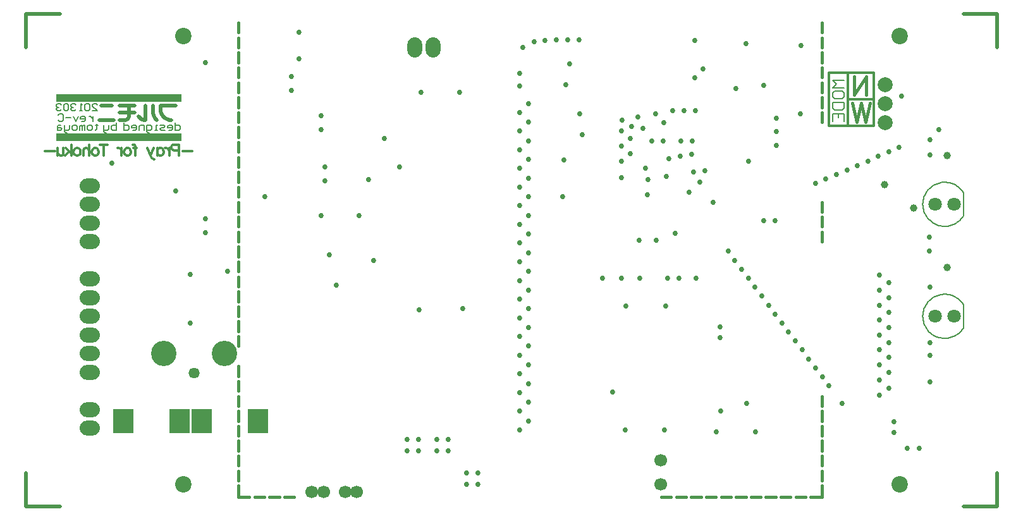
<source format=gbs>
G04 CAM Products 2000  RS274-X Output*
G04 Serial Number: 0000-00-00000*
G04 File Name:FULLMONI.GBS *
%FSLAX34Y34*%
%MOIN*%
%SFA1B1*%

%IPPOS*%
%ADD10C,0.019600*%
%ADD11C,0.011800*%
%ADD12C,0.007800*%
%ADD13R,0.043300X0.063000*%
%ADD14R,0.063000X0.043300*%
%ADD15R,0.070800X0.019600*%
%ADD16R,0.031500X0.047200*%
%ADD17R,0.055100X0.039300*%
%ADD18R,0.063000X0.011800*%
%ADD19R,0.059000X0.114100*%
%ADD20R,0.059000X0.114100*%
%ADD21R,0.039300X0.017700*%
%ADD22R,0.043300X0.027500*%
%ADD23R,0.048000X0.024400*%
%ADD24R,0.015700X0.090500*%
%ADD25R,0.047200X0.008600*%
%ADD26R,0.023600X0.061000*%
%ADD27R,0.055100X0.035400*%
%ADD28R,0.089300X0.021600*%
%ADD29R,0.114100X0.059000*%
%ADD30R,0.013700X0.063000*%
%ADD31R,0.114100X0.059000*%
%ADD32R,0.102300X0.102300*%
%ADD33R,0.019600X0.086600*%
%ADD34R,0.047200X0.070800*%
%ADD35R,0.127900X0.027500*%
%ADD36R,0.013700X0.070800*%
%ADD37R,0.019600X0.066900*%
%ADD38R,0.019600X0.066900*%
%ADD39R,0.078700X0.019600*%
%ADD40R,0.090500X0.015700*%
%ADD41R,0.007800X0.063000*%
%ADD42R,0.063000X0.007800*%
%ADD43C,0.039300*%
%ADD44O,0.007800X0.015700*%
%ADD45O,0.015700X0.007800*%
%ADD46R,0.039300X0.015700*%
%ADD47R,0.027500X0.043300*%
%ADD48R,0.070800X0.031500*%
%ADD49R,0.070800X0.047200*%
%ADD50R,0.086600X0.098400*%
%ADD51R,0.032400X0.078700*%
%ADD52C,0.011800*%
%ADD53C,0.007800*%
%ADD54C,0.015700*%
%ADD55C,0.059000*%
%ADD56C,0.039300*%
%ADD57C,0.010000*%
%ADD58C,0.078700*%
%ADD59C,0.063000*%
%ADD60C,0.059000*%
%ADD61O,0.098400X0.070800*%
%ADD62O,0.070800X0.098400*%
%ADD63C,0.050000*%
%ADD64C,0.125900*%
%ADD65R,0.098400X0.118100*%
%ADD66C,0.070800*%
%ADD67C,0.051100*%
%ADD68R,0.070800X0.070800*%
%ADD69R,0.051100X0.070800*%
%ADD70R,0.070800X0.051100*%
%ADD71R,0.078700X0.027500*%
%ADD72R,0.039300X0.055100*%
%ADD73R,0.063000X0.047200*%
%ADD74R,0.066900X0.122000*%
%ADD75R,0.066900X0.122000*%
%ADD76R,0.047200X0.025600*%
%ADD77R,0.051100X0.035400*%
%ADD78R,0.055900X0.032200*%
%ADD79R,0.023600X0.098400*%
%ADD80R,0.055100X0.016500*%
%ADD81R,0.031500X0.068900*%
%ADD82R,0.097200X0.029500*%
%ADD83R,0.122000X0.066900*%
%ADD84R,0.021600X0.070800*%
%ADD85R,0.122000X0.066900*%
%ADD86R,0.110200X0.110200*%
%ADD87R,0.027500X0.094400*%
%ADD88R,0.055100X0.078700*%
%ADD89R,0.135800X0.035400*%
%ADD90R,0.021600X0.078700*%
%ADD91R,0.027500X0.074800*%
%ADD92R,0.027500X0.074800*%
%ADD93R,0.086600X0.027500*%
%ADD94R,0.098400X0.023600*%
%ADD95R,0.015700X0.070800*%
%ADD96R,0.070800X0.015700*%
%ADD97C,0.047200*%
%ADD98O,0.015700X0.023600*%
%ADD99O,0.023600X0.015700*%
%ADD100R,0.047200X0.023600*%
%ADD101R,0.035400X0.051100*%
%ADD102R,0.078700X0.039300*%
%ADD103R,0.078700X0.055100*%
%ADD104R,0.094400X0.106300*%
%ADD105R,0.040300X0.086600*%
%ADD106C,0.086600*%
%ADD107C,0.066900*%
%ADD108O,0.106300X0.078700*%
%ADD109O,0.078700X0.106300*%
%ADD110C,0.057800*%
%ADD111C,0.133800*%
%ADD112R,0.106300X0.125900*%
%ADD113C,0.078700*%
%ADD114C,0.027500*%
%ADD115C,0.019600*%
%ADD116R,0.659400X0.039300*%
%ADD117R,0.659400X0.039300*%
%LNFULLMONI-1*%
%LPD*%
G54D10*
X183638Y226365D02*
X183647Y226264D01*
X183673Y226166*
X183716Y226075*
X183774Y225992*
X183845Y225921*
X183928Y225862*
X184020Y225820*
X184117Y225794*
X184218Y225785*
X183244Y226260D02*
X183252Y226155D01*
X183277Y226052*
X183317Y225955*
X183372Y225865*
X183441Y225785*
X182462Y225986D02*
X182522Y225917D01*
X182593Y225861*
X182673Y225819*
X182760Y225794*
X182850Y225785*
X181768D02*
X181866Y225811D01*
X181938Y225883*
X181964Y225982*
X183638Y226365D02*
Y226572D01*
X184425D01*
X183244Y226260D02*
Y226572D01*
X182850Y225785D02*
Y226572D01*
X181472D02*
X182260D01*
X181472Y226179D02*
X182260D01*
X181964Y225982D02*
Y226572D01*
X181472Y225785D02*
X181768D01*
X180488Y226572D02*
X181079D01*
X180390Y225785D02*
X181177D01*
X225961Y231395D02*
X227733D01*
Y229624D02*
Y231395D01*
Y205411D02*
Y207183D01*
X225961Y205411D02*
X227733D01*
X176552D02*
Y207183D01*
Y205411D02*
X178324D01*
X176552Y231395D02*
X178324D01*
X176552Y229624D02*
Y231395D01*
G54D43*
X225095Y218009D03*
Y223915D03*
X223324Y221159D03*
X221788Y222379D03*
G54D52*
X219859Y226891D02*
X221237D01*
Y225490D02*
Y228293D01*
X218875Y225490D02*
Y228293D01*
Y225490D02*
X221237D01*
X219859D02*
Y228293D01*
X218875D02*
X221237D01*
X185292Y224168D02*
X184786D01*
X184612Y224196D02*
X184359D01*
X184274Y224224*
X184246Y224252*
X184218Y224309*
Y224393*
X184246Y224449*
X184274Y224477*
X184359Y224505*
X184612*
Y223915*
X184086Y224309D02*
Y223915D01*
Y224140D02*
X184058Y224224D01*
X184001Y224280*
X183945Y224309*
X183861*
X183470D02*
Y223915D01*
Y224224D02*
X183526Y224280D01*
X183583Y224309*
X183667*
X183723Y224280*
X183779Y224224*
X183808Y224140*
Y224083*
X183779Y223999*
X183723Y223943*
X183667Y223915*
X183583*
X183526Y223943*
X183470Y223999*
X183285Y224309D02*
X183116Y223915D01*
X182947Y224309D02*
X183116Y223915D01*
X183172Y223802*
X183228Y223746*
X183285Y223718*
X183313*
X182160Y224505D02*
X182216D01*
X182272Y224477*
X182301Y224393*
Y223915*
X182385Y224309D02*
X182188D01*
X181935D02*
X181991Y224280D01*
X182048Y224224*
X182075Y224140*
Y224083*
X182048Y223999*
X181991Y223943*
X181935Y223915*
X181851*
X181794Y223943*
X181738Y223999*
X181710Y224083*
Y224140*
X181738Y224224*
X181794Y224280*
X181851Y224309*
X181935*
X181581D02*
Y223915D01*
Y224140D02*
X181553Y224224D01*
X181496Y224280*
X181440Y224309*
X181356*
X180642Y224505D02*
Y223915D01*
X180838Y224505D02*
X180445D01*
X180234Y224309D02*
X180290Y224280D01*
X180347Y224224*
X180375Y224140*
Y224083*
X180347Y223999*
X180290Y223943*
X180234Y223915*
X180150*
X180094Y223943*
X180037Y223999*
X180009Y224083*
Y224140*
X180037Y224224*
X180094Y224280*
X180150Y224309*
X180234*
X179880Y224505D02*
Y223915D01*
Y224196D02*
X179796Y224280D01*
X179739Y224309*
X179655*
X179599Y224280*
X179571Y224196*
Y223915*
X179275Y224309D02*
X179332Y224280D01*
X179388Y224224*
X179416Y224140*
Y224083*
X179388Y223999*
X179332Y223943*
X179275Y223915*
X179191*
X179135Y223943*
X179079Y223999*
X179050Y224083*
Y224140*
X179079Y224224*
X179135Y224280*
X179191Y224309*
X179275*
X178921Y224505D02*
Y223915D01*
X178640Y224309D02*
X178921Y224027D01*
X178809Y224140D02*
X178612Y223915D01*
X178519Y224309D02*
Y224027D01*
X178491Y223943*
X178435Y223915*
X178350*
X178294Y223943*
X178210Y224027*
Y224309D02*
Y223915D01*
X178055Y224168D02*
X177549D01*
G54D53*
X225961Y216068D02*
X225904Y216150D01*
X225841Y216227*
X225771Y216298*
X225695Y216363*
X225614Y216422*
X225528Y216473*
X225438Y216516*
X225345Y216552*
X225249Y216579*
X225151Y216599*
X225051Y216609*
X224951Y216611*
X224852Y216605*
X224753Y216590*
X224656Y216566*
X224561Y216535*
X224470Y216495*
X224382Y216448*
X224298Y216392*
X224220Y216331*
X224147Y216262*
X224080Y216188*
X224020Y216108*
X223967Y216024*
X223922Y215935*
X223884Y215842*
X223854Y215747*
X223833Y215649*
X223820Y215550*
X223816Y215450*
X223820Y215350*
X223833Y215251*
X223854Y215154*
X223884Y215059*
X223922Y214966*
X223967Y214877*
X224020Y214792*
X224080Y214712*
X224147Y214638*
X224220Y214570*
X224298Y214508*
X224382Y214453*
X224470Y214405*
X224561Y214366*
X224656Y214334*
X224753Y214311*
X224852Y214296*
X224951Y214289*
X225051Y214291*
X225151Y214302*
X225249Y214321*
X225345Y214349*
X225438Y214384*
X225528Y214428*
X225614Y214479*
X225695Y214537*
X225771Y214602*
X225841Y214674*
X225904Y214751*
X225961Y214833*
Y221973D02*
X225904Y222055D01*
X225841Y222132*
X225771Y222204*
X225695Y222269*
X225614Y222327*
X225528Y222378*
X225438Y222422*
X225345Y222457*
X225249Y222485*
X225151Y222504*
X225051Y222515*
X224951Y222517*
X224852Y222511*
X224753Y222496*
X224656Y222472*
X224561Y222440*
X224470Y222400*
X224382Y222353*
X224298Y222298*
X224220Y222236*
X224147Y222168*
X224080Y222094*
X224020Y222014*
X223967Y221929*
X223922Y221840*
X223884Y221748*
X223854Y221652*
X223833Y221555*
X223820Y221455*
X223816Y221356*
X223820Y221256*
X223833Y221157*
X223854Y221059*
X223884Y220964*
X223922Y220872*
X223967Y220783*
X224020Y220698*
X224080Y220618*
X224147Y220544*
X224220Y220475*
X224298Y220413*
X224382Y220359*
X224470Y220311*
X224561Y220272*
X224656Y220240*
X224753Y220216*
X224852Y220201*
X224951Y220195*
X225051Y220197*
X225151Y220207*
X225249Y220227*
X225345Y220254*
X225438Y220290*
X225528Y220333*
X225614Y220385*
X225695Y220443*
X225771Y220508*
X225841Y220579*
X225904Y220656*
X225961Y220738*
X225961Y214840D02*
Y216061D01*
Y220746D02*
Y221966D01*
X219662Y227899D02*
X219072D01*
X219268Y227702*
X219072Y227505*
X219662*
X219072Y227014D02*
Y227210D01*
X219170Y227309*
X219564*
X219662Y227210*
Y227014*
X219564Y226915*
X219170*
X219072Y227014*
Y226718D02*
X219662D01*
Y226423*
X219564Y226325*
X219170*
X219072Y226423*
Y226718*
Y225735D02*
Y226128D01*
X219662*
Y225735*
X219367Y226128D02*
Y225931D01*
X184399Y225647D02*
Y225253D01*
X184596*
X184661Y225319*
Y225450*
X184596Y225516*
X184399*
X184071Y225253D02*
X184202D01*
X184268Y225319*
Y225450*
X184202Y225516*
X184071*
X184005Y225450*
Y225385*
X184268*
X183874Y225253D02*
X183677D01*
X183612Y225319*
X183677Y225385*
X183809*
X183874Y225450*
X183809Y225516*
X183612*
X183481Y225253D02*
X183350D01*
X183415*
Y225516*
X183481*
X183022Y225122D02*
X182956D01*
X182890Y225188*
Y225516*
X183087*
X183153Y225450*
Y225319*
X183087Y225253*
X182890*
X182759D02*
Y225516D01*
X182562*
X182497Y225450*
Y225253*
X182169D02*
X182300D01*
X182366Y225319*
Y225450*
X182300Y225516*
X182169*
X182103Y225450*
Y225385*
X182366*
X181710Y225647D02*
Y225253D01*
X181907*
X181972Y225319*
Y225450*
X181907Y225516*
X181710*
X181295Y225647D02*
Y225253D01*
X181099*
X181033Y225319*
Y225385*
Y225450*
X181099Y225516*
X181295*
X180902D02*
Y225319D01*
X180836Y225253*
X180639*
Y225188*
X180705Y225122*
X180770*
X180639Y225253D02*
Y225516D01*
X180029Y226277D02*
X180291D01*
X180029Y226539*
Y226605*
X180095Y226671*
X180226*
X180291Y226605*
X179898D02*
X179832Y226671D01*
X179701*
X179635Y226605*
Y226343*
X179701Y226277*
X179832*
X179898Y226343*
Y226605*
X179504Y226277D02*
X179373D01*
X179438*
Y226671*
X179504Y226605*
X179176D02*
X179111Y226671D01*
X178979*
X178914Y226605*
Y226539*
X178979Y226474*
X179045*
X178979*
X178914Y226408*
Y226343*
X178979Y226277*
X179111*
X179176Y226343*
X178783Y226605D02*
X178717Y226671D01*
X178586*
X178520Y226605*
Y226343*
X178586Y226277*
X178717*
X178783Y226343*
Y226605*
X178389D02*
X178324Y226671D01*
X178192*
X178127Y226605*
Y226539*
X178192Y226474*
X178258*
X178192*
X178127Y226408*
Y226343*
X178192Y226277*
X178324*
X178389Y226343*
X180075Y225988D02*
Y225726D01*
Y225857*
X180009Y225923*
X179944Y225988*
X179878*
X179485Y225726D02*
X179616D01*
X179681Y225792*
Y225923*
X179616Y225988*
X179485*
X179419Y225923*
Y225857*
X179681*
X179288Y225988D02*
X179157Y225726D01*
X179025Y225988*
X178894Y225923D02*
X178632D01*
X178238Y226054D02*
X178304Y226120D01*
X178435*
X178501Y226054*
Y225792*
X178435Y225726*
X178304*
X178238Y225792*
X180285Y225581D02*
Y225516D01*
X180350*
X180219*
X180285*
Y225319*
X180219Y225253*
X179957D02*
X179825D01*
X179760Y225319*
Y225450*
X179825Y225516*
X179957*
X180022Y225450*
Y225319*
X179957Y225253*
X179629D02*
Y225516D01*
X179563*
X179498Y225450*
Y225253*
Y225450*
X179432Y225516*
X179366Y225450*
Y225253*
X179170D02*
X179038D01*
X178973Y225319*
Y225450*
X179038Y225516*
X179170*
X179235Y225450*
Y225319*
X179170Y225253*
X178842Y225516D02*
Y225319D01*
X178776Y225253*
X178579*
Y225188*
X178645Y225122*
X178711*
X178579Y225253D02*
Y225516D01*
X178383D02*
X178251D01*
X178186Y225450*
Y225253*
X178383*
X178448Y225319*
X178383Y225385*
X178186*
G54D54*
X187733Y230411D02*
Y230923D01*
Y229624D02*
Y230135D01*
Y228836D02*
Y229348D01*
Y228049D02*
Y228561D01*
Y227261D02*
Y227773D01*
Y226474D02*
Y226986D01*
Y225687D02*
Y226198D01*
Y224899D02*
Y225411D01*
Y224112D02*
Y224624D01*
Y223324D02*
Y223836D01*
Y222537D02*
Y223049D01*
Y221750D02*
Y222261D01*
Y220962D02*
Y221474D01*
Y220175D02*
Y220687D01*
Y219387D02*
Y219899D01*
Y218600D02*
Y219112D01*
Y217812D02*
Y218324D01*
Y217025D02*
Y217537D01*
Y216238D02*
Y216750D01*
Y215450D02*
Y215962D01*
Y214663D02*
Y215175D01*
Y213875D02*
Y214387D01*
Y212301D02*
Y212812D01*
Y211513D02*
Y212025D01*
Y210726D02*
Y211238D01*
Y209938D02*
Y210450D01*
Y209151D02*
Y209663D01*
Y208364D02*
Y208875D01*
Y207576D02*
Y208088D01*
Y206789D02*
Y207301D01*
Y205935D02*
Y206513D01*
Y205935D02*
X188312D01*
X188587D02*
X189099D01*
X189375D02*
X189887D01*
X190162D02*
X190674D01*
X218493Y230411D02*
Y230923D01*
Y229624D02*
Y230135D01*
Y228836D02*
Y229348D01*
Y228049D02*
Y228561D01*
Y227261D02*
Y227773D01*
Y226474D02*
Y226986D01*
Y225687D02*
Y226198D01*
Y220962D02*
Y221474D01*
Y220175D02*
Y220687D01*
Y219387D02*
Y219899D01*
Y210726D02*
Y211238D01*
Y209938D02*
Y210450D01*
Y209151D02*
Y209663D01*
Y208364D02*
Y208875D01*
Y207576D02*
Y208088D01*
Y206789D02*
Y207301D01*
Y205935D02*
Y206513D01*
X217914Y205935D02*
X218493D01*
X217127D02*
X217638D01*
X216339D02*
X216851D01*
X215552D02*
X216064D01*
X214764D02*
X215276D01*
X213977D02*
X214489D01*
X213190D02*
X213701D01*
X212402D02*
X212914D01*
X211615D02*
X212127D01*
X210827D02*
X211339D01*
X210040D02*
X210552D01*
X220843Y228096D02*
Y227112D01*
Y228096D02*
X220187Y227112D01*
Y228096D02*
Y227112D01*
X221040Y226678D02*
X220806Y225694D01*
X220572Y226678D02*
X220806Y225694D01*
X220572Y226678D02*
X220337Y225694D01*
X220103Y226678D02*
X220337Y225694D01*
G54D66*
X224477Y221356D03*
X225477D03*
X224477Y215450D03*
X225477D03*
G54D106*
X222615Y206592D03*
Y230214D03*
X184820D03*
Y206592D03*
G54D107*
X210016Y206592D03*
Y207852D03*
X191591Y206198D03*
X192221D03*
X193363D03*
X193973D03*
G54D108*
X179898Y213482D03*
Y214466D03*
Y215450D03*
Y216435D03*
Y217419D03*
Y212498D03*
Y210529D03*
Y209545D03*
Y219387D03*
Y220372D03*
Y221356D03*
Y222340D03*
G54D109*
X197024Y229624D03*
X198009D03*
G54D110*
X185410Y212458D03*
G54D111*
X183816Y213482D03*
X187005D03*
G54D112*
X181670Y209938D03*
X188757D03*
X184623D03*
X185804D03*
G54D113*
X221827Y227647D03*
Y225647D03*
Y226647D03*
G54D114*
X217379Y226120D03*
X204898Y223679D03*
X224190Y214072D03*
Y216986D03*
Y223954D03*
X203048Y224702D03*
Y223718D03*
Y222734D03*
Y221750D03*
Y220765D03*
Y219781D03*
Y218797D03*
Y217812D03*
Y216828D03*
Y215844D03*
Y214860D03*
Y213875D03*
Y212891D03*
Y211907D03*
Y210923D03*
Y209938D03*
Y225687D03*
X224682Y225293D03*
X216119Y225883D03*
X205686Y230017D03*
X205095D03*
X204505D03*
X203914Y229978D03*
X203324Y229938D03*
X208875Y219466D03*
X210764Y219820D03*
X209780Y219466D03*
X199583Y215844D03*
X202575Y213403D03*
Y214387D03*
X211788Y228009D03*
X212064Y222537D03*
X209190Y223246D03*
X208402Y224820D03*
X207930Y224427D03*
X210292Y222812D03*
X207969Y225805D03*
X210646Y226277D03*
X211237D03*
X202575Y218324D03*
Y219309D03*
Y221277D03*
Y220293D03*
X222694Y227064D03*
X221473Y223875D03*
X220922Y223639D03*
X220371Y223403D03*
X219820Y223167D03*
X219268Y222931D03*
X218717Y222694D03*
X222024Y224112D03*
X207930Y223639D03*
X212221Y228482D03*
X224190Y224742D03*
X214505Y229820D03*
X217398Y229722D03*
X205213Y228757D03*
X224190Y211986D03*
Y213403D03*
X212930Y209348D03*
X224160Y219614D03*
Y218895D03*
X219583Y210844D03*
X216040Y220490D03*
X214977Y216986D03*
X218166Y212734D03*
X217103Y214151D03*
X213914Y218403D03*
X218520Y212261D03*
X218875Y211789D03*
X216749Y214624D03*
X216394Y215096D03*
X216040Y215568D03*
X217812Y213206D03*
X217457Y213679D03*
X215686Y216041D03*
X215331Y216513D03*
X214268Y217931D03*
X213560Y218875D03*
X214623Y217458D03*
X223638Y208482D03*
X223009D03*
X222300Y209899D03*
Y209309D03*
X221552Y211277D03*
X222024Y211671D03*
X221552Y212104D03*
X222024Y212498D03*
X221552Y212891D03*
X222024Y213285D03*
X221552Y213679D03*
X222024Y214072D03*
X221552Y214466D03*
X222024Y214860D03*
X221552Y215253D03*
X222024Y215647D03*
X221552Y216041D03*
X222024Y216435D03*
X221552Y216828D03*
X222024Y217222D03*
X221552Y217616D03*
X206946Y217458D03*
X200371Y206592D03*
X199780D03*
Y207183D03*
X200371D03*
X202733Y229624D03*
X202575Y226198D03*
Y225214D03*
Y224230D03*
Y223246D03*
Y217340D03*
Y216356D03*
Y215372D03*
Y212419D03*
Y211435D03*
X214544Y210844D03*
X213166Y210450D03*
X207457Y211474D03*
X213127Y214309D03*
X190922Y230411D03*
Y229033D03*
X186001Y228836D03*
X198796Y208954D03*
X198205Y208364D03*
X197221D03*
Y208954D03*
X196631D03*
Y208364D03*
X197379Y227261D03*
X199387D03*
X190528Y228098D03*
Y227350D03*
X194613Y222655D03*
X192103Y225293D03*
Y226041D03*
X194859Y218403D03*
X192536Y218679D03*
X194111Y220765D03*
X192103D03*
X192300Y223324D03*
Y222576D03*
X192890Y217104D03*
X187182Y217812D03*
X186001Y219860D03*
Y220608D03*
X185213Y217655D03*
X195450Y224838D03*
X196237Y223324D03*
X197261Y215803D03*
X208166Y216001D03*
X210253D03*
X208127Y209466D03*
X210213D03*
X208914Y217458D03*
X207930D03*
Y222773D03*
X204820Y221750D03*
X210961Y217458D03*
X211867D03*
X202575Y222261D03*
X215450Y220490D03*
X213953Y227458D03*
X215450Y227616D03*
X204997Y227655D03*
X202575Y209466D03*
Y210450D03*
X203048Y226671D03*
X216119Y225194D03*
Y224466D03*
X214623Y223639D03*
X222575Y224348D03*
X218166Y222458D03*
X205883Y225017D03*
X207930Y225214D03*
X209308Y221868D03*
X209347Y222655D03*
X211670Y224702D03*
X208796Y225962D03*
X209741Y226120D03*
X211827Y226277D03*
X210174Y225647D03*
X209072Y225372D03*
X210135Y224702D03*
X211631Y223994D03*
X211512Y221986D03*
X211040Y223875D03*
X209544Y224702D03*
X208402Y224033D03*
X210450Y223757D03*
X211079Y224702D03*
X212339Y223127D03*
X211749Y223049D03*
X212772Y221474D03*
X202575Y227576D03*
Y228246D03*
X213127Y214899D03*
X210371Y217458D03*
X208481Y225450D03*
X205725Y226120D03*
X181079Y223521D03*
X198796Y208364D03*
X198205Y208954D03*
X215016Y209348D03*
X189150Y221750D03*
X211788Y229978D03*
X185213Y215096D03*
X184426Y222064D03*
G54D115*
X182850Y225785D03*
G54D116*
X181423Y226966D03*
G54D117*
X181423Y224899D03*
M02*
</source>
